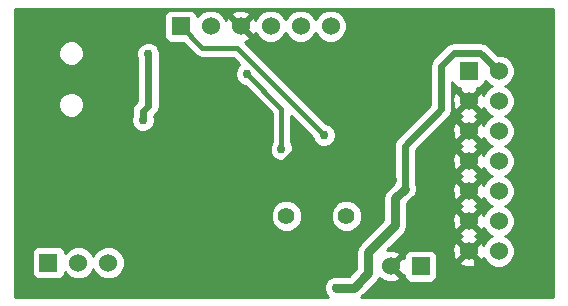
<source format=gbl>
G04 (created by PCBNEW-RS274X (2011-12-28 BZR 3254)-stable) date 12/14/2012 5:03:44 PM*
G01*
G70*
G90*
%MOIN*%
G04 Gerber Fmt 3.4, Leading zero omitted, Abs format*
%FSLAX34Y34*%
G04 APERTURE LIST*
%ADD10C,0.006000*%
%ADD11R,0.060000X0.060000*%
%ADD12C,0.060000*%
%ADD13C,0.056000*%
%ADD14C,0.030000*%
%ADD15C,0.024000*%
%ADD16C,0.030000*%
%ADD17C,0.016000*%
%ADD18C,0.012000*%
%ADD19C,0.010000*%
G04 APERTURE END LIST*
G54D10*
G54D11*
X52800Y-26800D03*
G54D12*
X53800Y-26800D03*
X52800Y-27800D03*
X53800Y-27800D03*
X52800Y-28800D03*
X53800Y-28800D03*
X52800Y-29800D03*
X53800Y-29800D03*
X52800Y-30800D03*
X53800Y-30800D03*
X52800Y-31800D03*
X53800Y-31800D03*
X52800Y-32800D03*
X53800Y-32800D03*
G54D11*
X38795Y-33180D03*
G54D12*
X39795Y-33180D03*
X40795Y-33180D03*
G54D11*
X51200Y-33300D03*
G54D12*
X50200Y-33300D03*
G54D11*
X43200Y-25300D03*
G54D12*
X44200Y-25300D03*
X45200Y-25300D03*
X46200Y-25300D03*
X47200Y-25300D03*
X48200Y-25300D03*
G54D13*
X46730Y-31620D03*
X48730Y-31620D03*
G54D14*
X41940Y-28430D03*
X42130Y-26220D03*
X50675Y-30720D03*
X46566Y-29405D03*
X50675Y-30715D03*
X45405Y-26895D03*
X48375Y-34020D03*
X47979Y-28931D03*
X47138Y-29309D03*
X45810Y-31830D03*
X46605Y-30705D03*
X54750Y-25000D03*
X55140Y-28360D03*
X55140Y-30320D03*
X55140Y-32290D03*
X42600Y-27645D03*
X44665Y-28165D03*
X54113Y-33818D03*
X55350Y-25200D03*
X55350Y-25800D03*
X37960Y-32515D03*
X55134Y-33822D03*
X46865Y-25970D03*
X47741Y-31203D03*
X38385Y-27585D03*
X42355Y-33420D03*
X41601Y-25284D03*
X53042Y-33840D03*
X42561Y-26019D03*
X39570Y-31505D03*
X39564Y-28810D03*
X50275Y-30420D03*
X51375Y-29455D03*
X52150Y-30740D03*
X52150Y-31820D03*
X52150Y-32630D03*
X49050Y-30950D03*
X52443Y-33845D03*
X42355Y-31950D03*
X48490Y-28470D03*
X51890Y-33845D03*
X38430Y-26685D03*
X44649Y-26898D03*
G54D15*
X42130Y-27935D02*
X42130Y-27950D01*
X42130Y-27950D02*
X41940Y-28140D01*
X41940Y-28140D02*
X41940Y-28430D01*
X41980Y-28100D02*
X41958Y-28122D01*
X42130Y-26220D02*
X42130Y-27935D01*
X42013Y-28067D02*
X41980Y-28100D01*
X42130Y-27950D02*
X42013Y-28067D01*
X53800Y-26800D02*
X53194Y-26194D01*
X52016Y-26496D02*
X51884Y-26628D01*
G54D16*
X50360Y-31035D02*
X50675Y-30720D01*
X48980Y-34020D02*
X49460Y-33540D01*
G54D15*
X51884Y-28076D02*
X50675Y-29285D01*
G54D17*
X46566Y-28056D02*
X46566Y-29405D01*
G54D16*
X50360Y-31711D02*
X50360Y-31932D01*
G54D15*
X51884Y-26628D02*
X51884Y-28076D01*
X50675Y-29285D02*
X50675Y-30720D01*
G54D16*
X50360Y-31932D02*
X50360Y-31035D01*
X48375Y-34020D02*
X48980Y-34020D01*
G54D15*
X52016Y-26496D02*
X52318Y-26194D01*
G54D16*
X49460Y-33540D02*
X49460Y-32832D01*
G54D15*
X52318Y-26194D02*
X53194Y-26194D01*
G54D16*
X49460Y-32832D02*
X49460Y-33476D01*
X50360Y-31932D02*
X49460Y-32832D01*
G54D17*
X45405Y-26895D02*
X46566Y-28056D01*
X46566Y-29405D02*
X46566Y-29426D01*
X43919Y-26019D02*
X45061Y-26019D01*
X46122Y-27068D02*
X46164Y-27110D01*
X46122Y-27068D02*
X47979Y-28925D01*
X45061Y-26019D02*
X45073Y-26019D01*
X45073Y-26019D02*
X46122Y-27068D01*
X43200Y-25300D02*
X43919Y-26019D01*
X47979Y-28925D02*
X47979Y-28931D01*
G54D18*
X46605Y-29842D02*
X47138Y-29309D01*
X46605Y-30705D02*
X46605Y-29842D01*
X55350Y-28150D02*
X55350Y-26850D01*
X55350Y-27130D02*
X55350Y-26850D01*
X55350Y-26850D02*
X55350Y-25800D01*
X42161Y-25619D02*
X42561Y-26019D01*
X49050Y-30950D02*
X49745Y-30950D01*
X55350Y-25800D02*
X55350Y-25200D01*
X55140Y-32290D02*
X55140Y-30320D01*
X55140Y-28360D02*
X55350Y-28150D01*
X39570Y-31960D02*
X39015Y-32515D01*
X39564Y-28810D02*
X39564Y-31499D01*
X52800Y-32800D02*
X53042Y-33042D01*
X39015Y-32515D02*
X37960Y-32515D01*
X50220Y-33300D02*
X50890Y-32630D01*
X47400Y-27380D02*
X48490Y-28470D01*
X50200Y-33300D02*
X50220Y-33300D01*
X53042Y-33042D02*
X53042Y-33840D01*
X41603Y-25282D02*
X41824Y-25282D01*
X41824Y-25282D02*
X42161Y-25619D01*
X47741Y-31203D02*
X47747Y-31203D01*
X49050Y-30950D02*
X48000Y-30950D01*
X39570Y-31505D02*
X39570Y-31960D01*
X46865Y-25970D02*
X47400Y-26505D01*
X41601Y-25284D02*
X41603Y-25282D01*
X39564Y-31499D02*
X39570Y-31505D01*
X42355Y-31950D02*
X42355Y-33420D01*
X52150Y-30740D02*
X52150Y-30230D01*
X52065Y-30145D02*
X51375Y-29455D01*
X52150Y-30230D02*
X52065Y-30145D01*
X52150Y-31820D02*
X52150Y-30740D01*
X52150Y-32630D02*
X52150Y-31820D01*
X55130Y-33818D02*
X55134Y-33822D01*
X50890Y-32630D02*
X50900Y-32620D01*
X50900Y-32620D02*
X52140Y-32620D01*
X52140Y-32620D02*
X52150Y-32630D01*
X47747Y-31203D02*
X48000Y-30950D01*
X39564Y-28810D02*
X39566Y-28810D01*
X52443Y-33845D02*
X51890Y-33845D01*
X54113Y-33818D02*
X55130Y-33818D01*
X44649Y-28149D02*
X44665Y-28165D01*
X49745Y-30950D02*
X50275Y-30420D01*
X44649Y-26898D02*
X44649Y-28149D01*
X47400Y-26505D02*
X47400Y-27380D01*
X38430Y-26685D02*
X38385Y-26730D01*
X38385Y-26730D02*
X38385Y-27585D01*
G54D10*
G36*
X52850Y-26850D02*
X52750Y-26850D01*
X52750Y-26750D01*
X52850Y-26750D01*
X52850Y-26850D01*
X52850Y-26850D01*
G37*
G54D19*
X52850Y-26850D02*
X52750Y-26850D01*
X52750Y-26750D01*
X52850Y-26750D01*
X52850Y-26850D01*
G54D10*
G36*
X55625Y-34335D02*
X53108Y-34335D01*
X53108Y-33178D01*
X52800Y-32871D01*
X52729Y-32941D01*
X52729Y-32800D01*
X52422Y-32492D01*
X52328Y-32519D01*
X52257Y-32721D01*
X52268Y-32934D01*
X52328Y-33081D01*
X52422Y-33108D01*
X52729Y-32800D01*
X52729Y-32941D01*
X52492Y-33178D01*
X52519Y-33272D01*
X52721Y-33343D01*
X52934Y-33332D01*
X53081Y-33272D01*
X53108Y-33178D01*
X53108Y-34335D01*
X51749Y-34335D01*
X51749Y-33650D01*
X51749Y-33551D01*
X51749Y-32951D01*
X51711Y-32859D01*
X51641Y-32789D01*
X51550Y-32751D01*
X51451Y-32751D01*
X50851Y-32751D01*
X50759Y-32789D01*
X50689Y-32859D01*
X50651Y-32950D01*
X50651Y-33012D01*
X50578Y-32992D01*
X50271Y-33300D01*
X50578Y-33608D01*
X50651Y-33587D01*
X50651Y-33649D01*
X50689Y-33741D01*
X50759Y-33811D01*
X50850Y-33849D01*
X50949Y-33849D01*
X51549Y-33849D01*
X51641Y-33811D01*
X51711Y-33741D01*
X51749Y-33650D01*
X51749Y-34335D01*
X50508Y-34335D01*
X49215Y-34335D01*
X49263Y-34303D01*
X49739Y-33825D01*
X49742Y-33823D01*
X49743Y-33823D01*
X49818Y-33709D01*
X49875Y-33766D01*
X49907Y-33733D01*
X49919Y-33772D01*
X50121Y-33843D01*
X50334Y-33832D01*
X50481Y-33772D01*
X50508Y-33678D01*
X50235Y-33406D01*
X50200Y-33371D01*
X50129Y-33300D01*
X50200Y-33229D01*
X50235Y-33194D01*
X50508Y-32922D01*
X50481Y-32828D01*
X50279Y-32757D01*
X50090Y-32766D01*
X50639Y-32217D01*
X50642Y-32215D01*
X50643Y-32215D01*
X50729Y-32086D01*
X50730Y-32085D01*
X50753Y-31963D01*
X50760Y-31933D01*
X50759Y-31932D01*
X50760Y-31932D01*
X50760Y-31711D01*
X50760Y-31201D01*
X50958Y-31003D01*
X50962Y-30997D01*
X51013Y-30946D01*
X51041Y-30877D01*
X51044Y-30874D01*
X51044Y-30869D01*
X51074Y-30800D01*
X51074Y-30795D01*
X51074Y-30724D01*
X51075Y-30720D01*
X51074Y-30715D01*
X51074Y-30641D01*
X51074Y-30636D01*
X51045Y-30566D01*
X51045Y-29438D01*
X52143Y-28339D01*
X52145Y-28338D01*
X52146Y-28338D01*
X52226Y-28218D01*
X52254Y-28077D01*
X52253Y-28076D01*
X52254Y-28076D01*
X52254Y-27156D01*
X52289Y-27241D01*
X52359Y-27311D01*
X52450Y-27349D01*
X52512Y-27349D01*
X52492Y-27422D01*
X52800Y-27729D01*
X53108Y-27422D01*
X53087Y-27349D01*
X53150Y-27349D01*
X53241Y-27311D01*
X53311Y-27241D01*
X53349Y-27149D01*
X53349Y-27125D01*
X53489Y-27265D01*
X53573Y-27300D01*
X53489Y-27335D01*
X53335Y-27489D01*
X53297Y-27580D01*
X53272Y-27519D01*
X53178Y-27492D01*
X52871Y-27800D01*
X53178Y-28108D01*
X53272Y-28081D01*
X53295Y-28015D01*
X53335Y-28111D01*
X53489Y-28265D01*
X53573Y-28300D01*
X53489Y-28335D01*
X53335Y-28489D01*
X53297Y-28580D01*
X53272Y-28519D01*
X53178Y-28492D01*
X53108Y-28562D01*
X53108Y-28422D01*
X53081Y-28328D01*
X53007Y-28302D01*
X53081Y-28272D01*
X53108Y-28178D01*
X52800Y-27871D01*
X52729Y-27941D01*
X52729Y-27800D01*
X52422Y-27492D01*
X52328Y-27519D01*
X52257Y-27721D01*
X52268Y-27934D01*
X52328Y-28081D01*
X52422Y-28108D01*
X52729Y-27800D01*
X52729Y-27941D01*
X52492Y-28178D01*
X52519Y-28272D01*
X52592Y-28297D01*
X52519Y-28328D01*
X52492Y-28422D01*
X52800Y-28729D01*
X53108Y-28422D01*
X53108Y-28562D01*
X52871Y-28800D01*
X53178Y-29108D01*
X53272Y-29081D01*
X53295Y-29015D01*
X53335Y-29111D01*
X53489Y-29265D01*
X53573Y-29300D01*
X53489Y-29335D01*
X53335Y-29489D01*
X53297Y-29580D01*
X53272Y-29519D01*
X53178Y-29492D01*
X53108Y-29562D01*
X53108Y-29422D01*
X53081Y-29328D01*
X53007Y-29302D01*
X53081Y-29272D01*
X53108Y-29178D01*
X52800Y-28871D01*
X52729Y-28941D01*
X52729Y-28800D01*
X52422Y-28492D01*
X52328Y-28519D01*
X52257Y-28721D01*
X52268Y-28934D01*
X52328Y-29081D01*
X52422Y-29108D01*
X52729Y-28800D01*
X52729Y-28941D01*
X52492Y-29178D01*
X52519Y-29272D01*
X52592Y-29297D01*
X52519Y-29328D01*
X52492Y-29422D01*
X52800Y-29729D01*
X53108Y-29422D01*
X53108Y-29562D01*
X52871Y-29800D01*
X53178Y-30108D01*
X53272Y-30081D01*
X53295Y-30015D01*
X53335Y-30111D01*
X53489Y-30265D01*
X53573Y-30300D01*
X53489Y-30335D01*
X53335Y-30489D01*
X53297Y-30580D01*
X53272Y-30519D01*
X53178Y-30492D01*
X53108Y-30562D01*
X53108Y-30422D01*
X53081Y-30328D01*
X53007Y-30302D01*
X53081Y-30272D01*
X53108Y-30178D01*
X52800Y-29871D01*
X52729Y-29941D01*
X52729Y-29800D01*
X52422Y-29492D01*
X52328Y-29519D01*
X52257Y-29721D01*
X52268Y-29934D01*
X52328Y-30081D01*
X52422Y-30108D01*
X52729Y-29800D01*
X52729Y-29941D01*
X52492Y-30178D01*
X52519Y-30272D01*
X52592Y-30297D01*
X52519Y-30328D01*
X52492Y-30422D01*
X52800Y-30729D01*
X53108Y-30422D01*
X53108Y-30562D01*
X52871Y-30800D01*
X53178Y-31108D01*
X53272Y-31081D01*
X53295Y-31015D01*
X53335Y-31111D01*
X53489Y-31265D01*
X53573Y-31300D01*
X53489Y-31335D01*
X53335Y-31489D01*
X53297Y-31580D01*
X53272Y-31519D01*
X53178Y-31492D01*
X53108Y-31562D01*
X53108Y-31422D01*
X53081Y-31328D01*
X53007Y-31302D01*
X53081Y-31272D01*
X53108Y-31178D01*
X52800Y-30871D01*
X52729Y-30941D01*
X52729Y-30800D01*
X52422Y-30492D01*
X52328Y-30519D01*
X52257Y-30721D01*
X52268Y-30934D01*
X52328Y-31081D01*
X52422Y-31108D01*
X52729Y-30800D01*
X52729Y-30941D01*
X52492Y-31178D01*
X52519Y-31272D01*
X52592Y-31297D01*
X52519Y-31328D01*
X52492Y-31422D01*
X52800Y-31729D01*
X53108Y-31422D01*
X53108Y-31562D01*
X52871Y-31800D01*
X53178Y-32108D01*
X53272Y-32081D01*
X53295Y-32015D01*
X53335Y-32111D01*
X53489Y-32265D01*
X53573Y-32300D01*
X53489Y-32335D01*
X53335Y-32489D01*
X53297Y-32580D01*
X53272Y-32519D01*
X53178Y-32492D01*
X53108Y-32562D01*
X53108Y-32422D01*
X53081Y-32328D01*
X53007Y-32302D01*
X53081Y-32272D01*
X53108Y-32178D01*
X52800Y-31871D01*
X52729Y-31941D01*
X52729Y-31800D01*
X52422Y-31492D01*
X52328Y-31519D01*
X52257Y-31721D01*
X52268Y-31934D01*
X52328Y-32081D01*
X52422Y-32108D01*
X52729Y-31800D01*
X52729Y-31941D01*
X52492Y-32178D01*
X52519Y-32272D01*
X52592Y-32297D01*
X52519Y-32328D01*
X52492Y-32422D01*
X52800Y-32729D01*
X53108Y-32422D01*
X53108Y-32562D01*
X52871Y-32800D01*
X53178Y-33108D01*
X53272Y-33081D01*
X53295Y-33015D01*
X53335Y-33111D01*
X53489Y-33265D01*
X53691Y-33349D01*
X53909Y-33349D01*
X54111Y-33265D01*
X54265Y-33111D01*
X54349Y-32909D01*
X54349Y-32691D01*
X54265Y-32489D01*
X54111Y-32335D01*
X54026Y-32300D01*
X54111Y-32265D01*
X54265Y-32111D01*
X54349Y-31909D01*
X54349Y-31691D01*
X54265Y-31489D01*
X54111Y-31335D01*
X54026Y-31300D01*
X54111Y-31265D01*
X54265Y-31111D01*
X54349Y-30909D01*
X54349Y-30691D01*
X54265Y-30489D01*
X54111Y-30335D01*
X54026Y-30300D01*
X54111Y-30265D01*
X54265Y-30111D01*
X54349Y-29909D01*
X54349Y-29691D01*
X54265Y-29489D01*
X54111Y-29335D01*
X54026Y-29300D01*
X54111Y-29265D01*
X54265Y-29111D01*
X54349Y-28909D01*
X54349Y-28691D01*
X54265Y-28489D01*
X54111Y-28335D01*
X54026Y-28300D01*
X54111Y-28265D01*
X54265Y-28111D01*
X54349Y-27909D01*
X54349Y-27691D01*
X54265Y-27489D01*
X54111Y-27335D01*
X54026Y-27300D01*
X54111Y-27265D01*
X54265Y-27111D01*
X54349Y-26909D01*
X54349Y-26691D01*
X54265Y-26489D01*
X54111Y-26335D01*
X53909Y-26251D01*
X53775Y-26251D01*
X53456Y-25932D01*
X53336Y-25852D01*
X53311Y-25847D01*
X53194Y-25823D01*
X53189Y-25824D01*
X52318Y-25824D01*
X52176Y-25852D01*
X52056Y-25932D01*
X51754Y-26234D01*
X51752Y-26236D01*
X51622Y-26366D01*
X51542Y-26486D01*
X51537Y-26510D01*
X51513Y-26628D01*
X51514Y-26632D01*
X51514Y-27922D01*
X50413Y-29023D01*
X50333Y-29143D01*
X50328Y-29167D01*
X50304Y-29285D01*
X50305Y-29289D01*
X50305Y-30524D01*
X50077Y-30752D01*
X49990Y-30882D01*
X49960Y-31035D01*
X49960Y-31711D01*
X49960Y-31766D01*
X49260Y-32466D01*
X49260Y-31726D01*
X49260Y-31515D01*
X49179Y-31320D01*
X49031Y-31171D01*
X48836Y-31090D01*
X48749Y-31090D01*
X48749Y-25409D01*
X48749Y-25191D01*
X48665Y-24989D01*
X48511Y-24835D01*
X48309Y-24751D01*
X48091Y-24751D01*
X47889Y-24835D01*
X47735Y-24989D01*
X47700Y-25073D01*
X47665Y-24989D01*
X47511Y-24835D01*
X47309Y-24751D01*
X47091Y-24751D01*
X46889Y-24835D01*
X46735Y-24989D01*
X46700Y-25073D01*
X46665Y-24989D01*
X46511Y-24835D01*
X46309Y-24751D01*
X46091Y-24751D01*
X45889Y-24835D01*
X45735Y-24989D01*
X45697Y-25080D01*
X45672Y-25019D01*
X45578Y-24992D01*
X45508Y-25062D01*
X45508Y-24922D01*
X45481Y-24828D01*
X45279Y-24757D01*
X45066Y-24768D01*
X44919Y-24828D01*
X44892Y-24922D01*
X45200Y-25229D01*
X45508Y-24922D01*
X45508Y-25062D01*
X45271Y-25300D01*
X45578Y-25608D01*
X45672Y-25581D01*
X45695Y-25515D01*
X45735Y-25611D01*
X45889Y-25765D01*
X46091Y-25849D01*
X46309Y-25849D01*
X46511Y-25765D01*
X46665Y-25611D01*
X46700Y-25526D01*
X46735Y-25611D01*
X46889Y-25765D01*
X47091Y-25849D01*
X47309Y-25849D01*
X47511Y-25765D01*
X47665Y-25611D01*
X47700Y-25526D01*
X47735Y-25611D01*
X47889Y-25765D01*
X48091Y-25849D01*
X48309Y-25849D01*
X48511Y-25765D01*
X48665Y-25611D01*
X48749Y-25409D01*
X48749Y-31090D01*
X48625Y-31090D01*
X48430Y-31171D01*
X48378Y-31222D01*
X48378Y-29011D01*
X48378Y-28852D01*
X48317Y-28705D01*
X48205Y-28593D01*
X48059Y-28532D01*
X48052Y-28532D01*
X46398Y-26878D01*
X46397Y-26876D01*
X46356Y-26836D01*
X46355Y-26835D01*
X46355Y-26834D01*
X45346Y-25826D01*
X45481Y-25772D01*
X45508Y-25678D01*
X45235Y-25406D01*
X45200Y-25371D01*
X45129Y-25300D01*
X45094Y-25265D01*
X44822Y-24992D01*
X44728Y-25019D01*
X44704Y-25084D01*
X44665Y-24989D01*
X44511Y-24835D01*
X44309Y-24751D01*
X44091Y-24751D01*
X43889Y-24835D01*
X43749Y-24975D01*
X43749Y-24951D01*
X43711Y-24859D01*
X43641Y-24789D01*
X43550Y-24751D01*
X43451Y-24751D01*
X42851Y-24751D01*
X42759Y-24789D01*
X42689Y-24859D01*
X42651Y-24950D01*
X42651Y-25049D01*
X42651Y-25649D01*
X42689Y-25741D01*
X42759Y-25811D01*
X42850Y-25849D01*
X42949Y-25849D01*
X43282Y-25849D01*
X43685Y-26252D01*
X43686Y-26252D01*
X43757Y-26299D01*
X43792Y-26323D01*
X43793Y-26324D01*
X43918Y-26348D01*
X43919Y-26349D01*
X44936Y-26349D01*
X45161Y-26574D01*
X45067Y-26669D01*
X45006Y-26815D01*
X45006Y-26974D01*
X45067Y-27121D01*
X45179Y-27233D01*
X45325Y-27294D01*
X45337Y-27294D01*
X46236Y-28192D01*
X46236Y-29171D01*
X46228Y-29179D01*
X46167Y-29325D01*
X46167Y-29484D01*
X46228Y-29631D01*
X46340Y-29743D01*
X46486Y-29804D01*
X46645Y-29804D01*
X46792Y-29743D01*
X46904Y-29631D01*
X46965Y-29485D01*
X46965Y-29326D01*
X46904Y-29179D01*
X46896Y-29171D01*
X46896Y-28308D01*
X47580Y-28992D01*
X47580Y-29010D01*
X47641Y-29157D01*
X47753Y-29269D01*
X47899Y-29330D01*
X48058Y-29330D01*
X48205Y-29269D01*
X48317Y-29157D01*
X48378Y-29011D01*
X48378Y-31222D01*
X48281Y-31319D01*
X48200Y-31514D01*
X48200Y-31725D01*
X48281Y-31920D01*
X48429Y-32069D01*
X48624Y-32150D01*
X48835Y-32150D01*
X49030Y-32069D01*
X49179Y-31921D01*
X49260Y-31726D01*
X49260Y-32466D01*
X49177Y-32549D01*
X49090Y-32679D01*
X49060Y-32832D01*
X49060Y-33374D01*
X48814Y-33620D01*
X48375Y-33620D01*
X48369Y-33621D01*
X48296Y-33621D01*
X48229Y-33648D01*
X48222Y-33650D01*
X48215Y-33654D01*
X48149Y-33682D01*
X48098Y-33732D01*
X48092Y-33737D01*
X48087Y-33743D01*
X48037Y-33794D01*
X48008Y-33861D01*
X48005Y-33867D01*
X48003Y-33873D01*
X47976Y-33940D01*
X47976Y-34014D01*
X47975Y-34020D01*
X47976Y-34025D01*
X47976Y-34099D01*
X48003Y-34165D01*
X48005Y-34173D01*
X48009Y-34179D01*
X48037Y-34246D01*
X48087Y-34296D01*
X48092Y-34303D01*
X48098Y-34307D01*
X48126Y-34335D01*
X47260Y-34335D01*
X47260Y-31726D01*
X47260Y-31515D01*
X47179Y-31320D01*
X47031Y-31171D01*
X46836Y-31090D01*
X46625Y-31090D01*
X46430Y-31171D01*
X46281Y-31319D01*
X46200Y-31514D01*
X46200Y-31725D01*
X46281Y-31920D01*
X46429Y-32069D01*
X46624Y-32150D01*
X46835Y-32150D01*
X47030Y-32069D01*
X47179Y-31921D01*
X47260Y-31726D01*
X47260Y-34335D01*
X42529Y-34335D01*
X42529Y-26300D01*
X42529Y-26141D01*
X42468Y-25994D01*
X42356Y-25882D01*
X42210Y-25821D01*
X42051Y-25821D01*
X41904Y-25882D01*
X41792Y-25994D01*
X41731Y-26140D01*
X41731Y-26299D01*
X41760Y-26368D01*
X41760Y-27796D01*
X41751Y-27805D01*
X41750Y-27806D01*
X41749Y-27807D01*
X41726Y-27829D01*
X41718Y-27837D01*
X41718Y-27838D01*
X41717Y-27838D01*
X41696Y-27860D01*
X41695Y-27860D01*
X41678Y-27878D01*
X41598Y-27998D01*
X41593Y-28022D01*
X41569Y-28140D01*
X41570Y-28144D01*
X41570Y-28280D01*
X41541Y-28350D01*
X41541Y-28509D01*
X41602Y-28656D01*
X41714Y-28768D01*
X41860Y-28829D01*
X42019Y-28829D01*
X42166Y-28768D01*
X42278Y-28656D01*
X42339Y-28510D01*
X42339Y-28351D01*
X42313Y-28289D01*
X42389Y-28213D01*
X42391Y-28212D01*
X42392Y-28212D01*
X42472Y-28092D01*
X42500Y-27950D01*
X42500Y-27935D01*
X42500Y-26369D01*
X42529Y-26300D01*
X42529Y-34335D01*
X41344Y-34335D01*
X41344Y-33289D01*
X41344Y-33071D01*
X41260Y-32869D01*
X41106Y-32715D01*
X40904Y-32631D01*
X40686Y-32631D01*
X40484Y-32715D01*
X40330Y-32869D01*
X40295Y-32953D01*
X40260Y-32869D01*
X40106Y-32715D01*
X39985Y-32664D01*
X39985Y-28006D01*
X39985Y-27835D01*
X39985Y-26286D01*
X39985Y-26115D01*
X39920Y-25957D01*
X39799Y-25836D01*
X39641Y-25770D01*
X39470Y-25770D01*
X39312Y-25835D01*
X39191Y-25956D01*
X39125Y-26114D01*
X39125Y-26285D01*
X39190Y-26443D01*
X39311Y-26564D01*
X39469Y-26630D01*
X39640Y-26630D01*
X39798Y-26565D01*
X39919Y-26444D01*
X39985Y-26286D01*
X39985Y-27835D01*
X39920Y-27677D01*
X39799Y-27556D01*
X39641Y-27490D01*
X39470Y-27490D01*
X39312Y-27555D01*
X39191Y-27676D01*
X39125Y-27834D01*
X39125Y-28005D01*
X39190Y-28163D01*
X39311Y-28284D01*
X39469Y-28350D01*
X39640Y-28350D01*
X39798Y-28285D01*
X39919Y-28164D01*
X39985Y-28006D01*
X39985Y-32664D01*
X39904Y-32631D01*
X39686Y-32631D01*
X39484Y-32715D01*
X39344Y-32855D01*
X39344Y-32831D01*
X39306Y-32739D01*
X39236Y-32669D01*
X39145Y-32631D01*
X39046Y-32631D01*
X38446Y-32631D01*
X38354Y-32669D01*
X38284Y-32739D01*
X38246Y-32830D01*
X38246Y-32929D01*
X38246Y-33529D01*
X38284Y-33621D01*
X38354Y-33691D01*
X38445Y-33729D01*
X38544Y-33729D01*
X39144Y-33729D01*
X39236Y-33691D01*
X39306Y-33621D01*
X39344Y-33530D01*
X39344Y-33505D01*
X39484Y-33645D01*
X39686Y-33729D01*
X39904Y-33729D01*
X40106Y-33645D01*
X40260Y-33491D01*
X40295Y-33406D01*
X40330Y-33491D01*
X40484Y-33645D01*
X40686Y-33729D01*
X40904Y-33729D01*
X41106Y-33645D01*
X41260Y-33491D01*
X41344Y-33289D01*
X41344Y-34335D01*
X37684Y-34335D01*
X37684Y-24713D01*
X55625Y-24713D01*
X55625Y-34335D01*
X55625Y-34335D01*
G37*
G54D19*
X55625Y-34335D02*
X53108Y-34335D01*
X53108Y-33178D01*
X52800Y-32871D01*
X52729Y-32941D01*
X52729Y-32800D01*
X52422Y-32492D01*
X52328Y-32519D01*
X52257Y-32721D01*
X52268Y-32934D01*
X52328Y-33081D01*
X52422Y-33108D01*
X52729Y-32800D01*
X52729Y-32941D01*
X52492Y-33178D01*
X52519Y-33272D01*
X52721Y-33343D01*
X52934Y-33332D01*
X53081Y-33272D01*
X53108Y-33178D01*
X53108Y-34335D01*
X51749Y-34335D01*
X51749Y-33650D01*
X51749Y-33551D01*
X51749Y-32951D01*
X51711Y-32859D01*
X51641Y-32789D01*
X51550Y-32751D01*
X51451Y-32751D01*
X50851Y-32751D01*
X50759Y-32789D01*
X50689Y-32859D01*
X50651Y-32950D01*
X50651Y-33012D01*
X50578Y-32992D01*
X50271Y-33300D01*
X50578Y-33608D01*
X50651Y-33587D01*
X50651Y-33649D01*
X50689Y-33741D01*
X50759Y-33811D01*
X50850Y-33849D01*
X50949Y-33849D01*
X51549Y-33849D01*
X51641Y-33811D01*
X51711Y-33741D01*
X51749Y-33650D01*
X51749Y-34335D01*
X50508Y-34335D01*
X49215Y-34335D01*
X49263Y-34303D01*
X49739Y-33825D01*
X49742Y-33823D01*
X49743Y-33823D01*
X49818Y-33709D01*
X49875Y-33766D01*
X49907Y-33733D01*
X49919Y-33772D01*
X50121Y-33843D01*
X50334Y-33832D01*
X50481Y-33772D01*
X50508Y-33678D01*
X50235Y-33406D01*
X50200Y-33371D01*
X50129Y-33300D01*
X50200Y-33229D01*
X50235Y-33194D01*
X50508Y-32922D01*
X50481Y-32828D01*
X50279Y-32757D01*
X50090Y-32766D01*
X50639Y-32217D01*
X50642Y-32215D01*
X50643Y-32215D01*
X50729Y-32086D01*
X50730Y-32085D01*
X50753Y-31963D01*
X50760Y-31933D01*
X50759Y-31932D01*
X50760Y-31932D01*
X50760Y-31711D01*
X50760Y-31201D01*
X50958Y-31003D01*
X50962Y-30997D01*
X51013Y-30946D01*
X51041Y-30877D01*
X51044Y-30874D01*
X51044Y-30869D01*
X51074Y-30800D01*
X51074Y-30795D01*
X51074Y-30724D01*
X51075Y-30720D01*
X51074Y-30715D01*
X51074Y-30641D01*
X51074Y-30636D01*
X51045Y-30566D01*
X51045Y-29438D01*
X52143Y-28339D01*
X52145Y-28338D01*
X52146Y-28338D01*
X52226Y-28218D01*
X52254Y-28077D01*
X52253Y-28076D01*
X52254Y-28076D01*
X52254Y-27156D01*
X52289Y-27241D01*
X52359Y-27311D01*
X52450Y-27349D01*
X52512Y-27349D01*
X52492Y-27422D01*
X52800Y-27729D01*
X53108Y-27422D01*
X53087Y-27349D01*
X53150Y-27349D01*
X53241Y-27311D01*
X53311Y-27241D01*
X53349Y-27149D01*
X53349Y-27125D01*
X53489Y-27265D01*
X53573Y-27300D01*
X53489Y-27335D01*
X53335Y-27489D01*
X53297Y-27580D01*
X53272Y-27519D01*
X53178Y-27492D01*
X52871Y-27800D01*
X53178Y-28108D01*
X53272Y-28081D01*
X53295Y-28015D01*
X53335Y-28111D01*
X53489Y-28265D01*
X53573Y-28300D01*
X53489Y-28335D01*
X53335Y-28489D01*
X53297Y-28580D01*
X53272Y-28519D01*
X53178Y-28492D01*
X53108Y-28562D01*
X53108Y-28422D01*
X53081Y-28328D01*
X53007Y-28302D01*
X53081Y-28272D01*
X53108Y-28178D01*
X52800Y-27871D01*
X52729Y-27941D01*
X52729Y-27800D01*
X52422Y-27492D01*
X52328Y-27519D01*
X52257Y-27721D01*
X52268Y-27934D01*
X52328Y-28081D01*
X52422Y-28108D01*
X52729Y-27800D01*
X52729Y-27941D01*
X52492Y-28178D01*
X52519Y-28272D01*
X52592Y-28297D01*
X52519Y-28328D01*
X52492Y-28422D01*
X52800Y-28729D01*
X53108Y-28422D01*
X53108Y-28562D01*
X52871Y-28800D01*
X53178Y-29108D01*
X53272Y-29081D01*
X53295Y-29015D01*
X53335Y-29111D01*
X53489Y-29265D01*
X53573Y-29300D01*
X53489Y-29335D01*
X53335Y-29489D01*
X53297Y-29580D01*
X53272Y-29519D01*
X53178Y-29492D01*
X53108Y-29562D01*
X53108Y-29422D01*
X53081Y-29328D01*
X53007Y-29302D01*
X53081Y-29272D01*
X53108Y-29178D01*
X52800Y-28871D01*
X52729Y-28941D01*
X52729Y-28800D01*
X52422Y-28492D01*
X52328Y-28519D01*
X52257Y-28721D01*
X52268Y-28934D01*
X52328Y-29081D01*
X52422Y-29108D01*
X52729Y-28800D01*
X52729Y-28941D01*
X52492Y-29178D01*
X52519Y-29272D01*
X52592Y-29297D01*
X52519Y-29328D01*
X52492Y-29422D01*
X52800Y-29729D01*
X53108Y-29422D01*
X53108Y-29562D01*
X52871Y-29800D01*
X53178Y-30108D01*
X53272Y-30081D01*
X53295Y-30015D01*
X53335Y-30111D01*
X53489Y-30265D01*
X53573Y-30300D01*
X53489Y-30335D01*
X53335Y-30489D01*
X53297Y-30580D01*
X53272Y-30519D01*
X53178Y-30492D01*
X53108Y-30562D01*
X53108Y-30422D01*
X53081Y-30328D01*
X53007Y-30302D01*
X53081Y-30272D01*
X53108Y-30178D01*
X52800Y-29871D01*
X52729Y-29941D01*
X52729Y-29800D01*
X52422Y-29492D01*
X52328Y-29519D01*
X52257Y-29721D01*
X52268Y-29934D01*
X52328Y-30081D01*
X52422Y-30108D01*
X52729Y-29800D01*
X52729Y-29941D01*
X52492Y-30178D01*
X52519Y-30272D01*
X52592Y-30297D01*
X52519Y-30328D01*
X52492Y-30422D01*
X52800Y-30729D01*
X53108Y-30422D01*
X53108Y-30562D01*
X52871Y-30800D01*
X53178Y-31108D01*
X53272Y-31081D01*
X53295Y-31015D01*
X53335Y-31111D01*
X53489Y-31265D01*
X53573Y-31300D01*
X53489Y-31335D01*
X53335Y-31489D01*
X53297Y-31580D01*
X53272Y-31519D01*
X53178Y-31492D01*
X53108Y-31562D01*
X53108Y-31422D01*
X53081Y-31328D01*
X53007Y-31302D01*
X53081Y-31272D01*
X53108Y-31178D01*
X52800Y-30871D01*
X52729Y-30941D01*
X52729Y-30800D01*
X52422Y-30492D01*
X52328Y-30519D01*
X52257Y-30721D01*
X52268Y-30934D01*
X52328Y-31081D01*
X52422Y-31108D01*
X52729Y-30800D01*
X52729Y-30941D01*
X52492Y-31178D01*
X52519Y-31272D01*
X52592Y-31297D01*
X52519Y-31328D01*
X52492Y-31422D01*
X52800Y-31729D01*
X53108Y-31422D01*
X53108Y-31562D01*
X52871Y-31800D01*
X53178Y-32108D01*
X53272Y-32081D01*
X53295Y-32015D01*
X53335Y-32111D01*
X53489Y-32265D01*
X53573Y-32300D01*
X53489Y-32335D01*
X53335Y-32489D01*
X53297Y-32580D01*
X53272Y-32519D01*
X53178Y-32492D01*
X53108Y-32562D01*
X53108Y-32422D01*
X53081Y-32328D01*
X53007Y-32302D01*
X53081Y-32272D01*
X53108Y-32178D01*
X52800Y-31871D01*
X52729Y-31941D01*
X52729Y-31800D01*
X52422Y-31492D01*
X52328Y-31519D01*
X52257Y-31721D01*
X52268Y-31934D01*
X52328Y-32081D01*
X52422Y-32108D01*
X52729Y-31800D01*
X52729Y-31941D01*
X52492Y-32178D01*
X52519Y-32272D01*
X52592Y-32297D01*
X52519Y-32328D01*
X52492Y-32422D01*
X52800Y-32729D01*
X53108Y-32422D01*
X53108Y-32562D01*
X52871Y-32800D01*
X53178Y-33108D01*
X53272Y-33081D01*
X53295Y-33015D01*
X53335Y-33111D01*
X53489Y-33265D01*
X53691Y-33349D01*
X53909Y-33349D01*
X54111Y-33265D01*
X54265Y-33111D01*
X54349Y-32909D01*
X54349Y-32691D01*
X54265Y-32489D01*
X54111Y-32335D01*
X54026Y-32300D01*
X54111Y-32265D01*
X54265Y-32111D01*
X54349Y-31909D01*
X54349Y-31691D01*
X54265Y-31489D01*
X54111Y-31335D01*
X54026Y-31300D01*
X54111Y-31265D01*
X54265Y-31111D01*
X54349Y-30909D01*
X54349Y-30691D01*
X54265Y-30489D01*
X54111Y-30335D01*
X54026Y-30300D01*
X54111Y-30265D01*
X54265Y-30111D01*
X54349Y-29909D01*
X54349Y-29691D01*
X54265Y-29489D01*
X54111Y-29335D01*
X54026Y-29300D01*
X54111Y-29265D01*
X54265Y-29111D01*
X54349Y-28909D01*
X54349Y-28691D01*
X54265Y-28489D01*
X54111Y-28335D01*
X54026Y-28300D01*
X54111Y-28265D01*
X54265Y-28111D01*
X54349Y-27909D01*
X54349Y-27691D01*
X54265Y-27489D01*
X54111Y-27335D01*
X54026Y-27300D01*
X54111Y-27265D01*
X54265Y-27111D01*
X54349Y-26909D01*
X54349Y-26691D01*
X54265Y-26489D01*
X54111Y-26335D01*
X53909Y-26251D01*
X53775Y-26251D01*
X53456Y-25932D01*
X53336Y-25852D01*
X53311Y-25847D01*
X53194Y-25823D01*
X53189Y-25824D01*
X52318Y-25824D01*
X52176Y-25852D01*
X52056Y-25932D01*
X51754Y-26234D01*
X51752Y-26236D01*
X51622Y-26366D01*
X51542Y-26486D01*
X51537Y-26510D01*
X51513Y-26628D01*
X51514Y-26632D01*
X51514Y-27922D01*
X50413Y-29023D01*
X50333Y-29143D01*
X50328Y-29167D01*
X50304Y-29285D01*
X50305Y-29289D01*
X50305Y-30524D01*
X50077Y-30752D01*
X49990Y-30882D01*
X49960Y-31035D01*
X49960Y-31711D01*
X49960Y-31766D01*
X49260Y-32466D01*
X49260Y-31726D01*
X49260Y-31515D01*
X49179Y-31320D01*
X49031Y-31171D01*
X48836Y-31090D01*
X48749Y-31090D01*
X48749Y-25409D01*
X48749Y-25191D01*
X48665Y-24989D01*
X48511Y-24835D01*
X48309Y-24751D01*
X48091Y-24751D01*
X47889Y-24835D01*
X47735Y-24989D01*
X47700Y-25073D01*
X47665Y-24989D01*
X47511Y-24835D01*
X47309Y-24751D01*
X47091Y-24751D01*
X46889Y-24835D01*
X46735Y-24989D01*
X46700Y-25073D01*
X46665Y-24989D01*
X46511Y-24835D01*
X46309Y-24751D01*
X46091Y-24751D01*
X45889Y-24835D01*
X45735Y-24989D01*
X45697Y-25080D01*
X45672Y-25019D01*
X45578Y-24992D01*
X45508Y-25062D01*
X45508Y-24922D01*
X45481Y-24828D01*
X45279Y-24757D01*
X45066Y-24768D01*
X44919Y-24828D01*
X44892Y-24922D01*
X45200Y-25229D01*
X45508Y-24922D01*
X45508Y-25062D01*
X45271Y-25300D01*
X45578Y-25608D01*
X45672Y-25581D01*
X45695Y-25515D01*
X45735Y-25611D01*
X45889Y-25765D01*
X46091Y-25849D01*
X46309Y-25849D01*
X46511Y-25765D01*
X46665Y-25611D01*
X46700Y-25526D01*
X46735Y-25611D01*
X46889Y-25765D01*
X47091Y-25849D01*
X47309Y-25849D01*
X47511Y-25765D01*
X47665Y-25611D01*
X47700Y-25526D01*
X47735Y-25611D01*
X47889Y-25765D01*
X48091Y-25849D01*
X48309Y-25849D01*
X48511Y-25765D01*
X48665Y-25611D01*
X48749Y-25409D01*
X48749Y-31090D01*
X48625Y-31090D01*
X48430Y-31171D01*
X48378Y-31222D01*
X48378Y-29011D01*
X48378Y-28852D01*
X48317Y-28705D01*
X48205Y-28593D01*
X48059Y-28532D01*
X48052Y-28532D01*
X46398Y-26878D01*
X46397Y-26876D01*
X46356Y-26836D01*
X46355Y-26835D01*
X46355Y-26834D01*
X45346Y-25826D01*
X45481Y-25772D01*
X45508Y-25678D01*
X45235Y-25406D01*
X45200Y-25371D01*
X45129Y-25300D01*
X45094Y-25265D01*
X44822Y-24992D01*
X44728Y-25019D01*
X44704Y-25084D01*
X44665Y-24989D01*
X44511Y-24835D01*
X44309Y-24751D01*
X44091Y-24751D01*
X43889Y-24835D01*
X43749Y-24975D01*
X43749Y-24951D01*
X43711Y-24859D01*
X43641Y-24789D01*
X43550Y-24751D01*
X43451Y-24751D01*
X42851Y-24751D01*
X42759Y-24789D01*
X42689Y-24859D01*
X42651Y-24950D01*
X42651Y-25049D01*
X42651Y-25649D01*
X42689Y-25741D01*
X42759Y-25811D01*
X42850Y-25849D01*
X42949Y-25849D01*
X43282Y-25849D01*
X43685Y-26252D01*
X43686Y-26252D01*
X43757Y-26299D01*
X43792Y-26323D01*
X43793Y-26324D01*
X43918Y-26348D01*
X43919Y-26349D01*
X44936Y-26349D01*
X45161Y-26574D01*
X45067Y-26669D01*
X45006Y-26815D01*
X45006Y-26974D01*
X45067Y-27121D01*
X45179Y-27233D01*
X45325Y-27294D01*
X45337Y-27294D01*
X46236Y-28192D01*
X46236Y-29171D01*
X46228Y-29179D01*
X46167Y-29325D01*
X46167Y-29484D01*
X46228Y-29631D01*
X46340Y-29743D01*
X46486Y-29804D01*
X46645Y-29804D01*
X46792Y-29743D01*
X46904Y-29631D01*
X46965Y-29485D01*
X46965Y-29326D01*
X46904Y-29179D01*
X46896Y-29171D01*
X46896Y-28308D01*
X47580Y-28992D01*
X47580Y-29010D01*
X47641Y-29157D01*
X47753Y-29269D01*
X47899Y-29330D01*
X48058Y-29330D01*
X48205Y-29269D01*
X48317Y-29157D01*
X48378Y-29011D01*
X48378Y-31222D01*
X48281Y-31319D01*
X48200Y-31514D01*
X48200Y-31725D01*
X48281Y-31920D01*
X48429Y-32069D01*
X48624Y-32150D01*
X48835Y-32150D01*
X49030Y-32069D01*
X49179Y-31921D01*
X49260Y-31726D01*
X49260Y-32466D01*
X49177Y-32549D01*
X49090Y-32679D01*
X49060Y-32832D01*
X49060Y-33374D01*
X48814Y-33620D01*
X48375Y-33620D01*
X48369Y-33621D01*
X48296Y-33621D01*
X48229Y-33648D01*
X48222Y-33650D01*
X48215Y-33654D01*
X48149Y-33682D01*
X48098Y-33732D01*
X48092Y-33737D01*
X48087Y-33743D01*
X48037Y-33794D01*
X48008Y-33861D01*
X48005Y-33867D01*
X48003Y-33873D01*
X47976Y-33940D01*
X47976Y-34014D01*
X47975Y-34020D01*
X47976Y-34025D01*
X47976Y-34099D01*
X48003Y-34165D01*
X48005Y-34173D01*
X48009Y-34179D01*
X48037Y-34246D01*
X48087Y-34296D01*
X48092Y-34303D01*
X48098Y-34307D01*
X48126Y-34335D01*
X47260Y-34335D01*
X47260Y-31726D01*
X47260Y-31515D01*
X47179Y-31320D01*
X47031Y-31171D01*
X46836Y-31090D01*
X46625Y-31090D01*
X46430Y-31171D01*
X46281Y-31319D01*
X46200Y-31514D01*
X46200Y-31725D01*
X46281Y-31920D01*
X46429Y-32069D01*
X46624Y-32150D01*
X46835Y-32150D01*
X47030Y-32069D01*
X47179Y-31921D01*
X47260Y-31726D01*
X47260Y-34335D01*
X42529Y-34335D01*
X42529Y-26300D01*
X42529Y-26141D01*
X42468Y-25994D01*
X42356Y-25882D01*
X42210Y-25821D01*
X42051Y-25821D01*
X41904Y-25882D01*
X41792Y-25994D01*
X41731Y-26140D01*
X41731Y-26299D01*
X41760Y-26368D01*
X41760Y-27796D01*
X41751Y-27805D01*
X41750Y-27806D01*
X41749Y-27807D01*
X41726Y-27829D01*
X41718Y-27837D01*
X41718Y-27838D01*
X41717Y-27838D01*
X41696Y-27860D01*
X41695Y-27860D01*
X41678Y-27878D01*
X41598Y-27998D01*
X41593Y-28022D01*
X41569Y-28140D01*
X41570Y-28144D01*
X41570Y-28280D01*
X41541Y-28350D01*
X41541Y-28509D01*
X41602Y-28656D01*
X41714Y-28768D01*
X41860Y-28829D01*
X42019Y-28829D01*
X42166Y-28768D01*
X42278Y-28656D01*
X42339Y-28510D01*
X42339Y-28351D01*
X42313Y-28289D01*
X42389Y-28213D01*
X42391Y-28212D01*
X42392Y-28212D01*
X42472Y-28092D01*
X42500Y-27950D01*
X42500Y-27935D01*
X42500Y-26369D01*
X42529Y-26300D01*
X42529Y-34335D01*
X41344Y-34335D01*
X41344Y-33289D01*
X41344Y-33071D01*
X41260Y-32869D01*
X41106Y-32715D01*
X40904Y-32631D01*
X40686Y-32631D01*
X40484Y-32715D01*
X40330Y-32869D01*
X40295Y-32953D01*
X40260Y-32869D01*
X40106Y-32715D01*
X39985Y-32664D01*
X39985Y-28006D01*
X39985Y-27835D01*
X39985Y-26286D01*
X39985Y-26115D01*
X39920Y-25957D01*
X39799Y-25836D01*
X39641Y-25770D01*
X39470Y-25770D01*
X39312Y-25835D01*
X39191Y-25956D01*
X39125Y-26114D01*
X39125Y-26285D01*
X39190Y-26443D01*
X39311Y-26564D01*
X39469Y-26630D01*
X39640Y-26630D01*
X39798Y-26565D01*
X39919Y-26444D01*
X39985Y-26286D01*
X39985Y-27835D01*
X39920Y-27677D01*
X39799Y-27556D01*
X39641Y-27490D01*
X39470Y-27490D01*
X39312Y-27555D01*
X39191Y-27676D01*
X39125Y-27834D01*
X39125Y-28005D01*
X39190Y-28163D01*
X39311Y-28284D01*
X39469Y-28350D01*
X39640Y-28350D01*
X39798Y-28285D01*
X39919Y-28164D01*
X39985Y-28006D01*
X39985Y-32664D01*
X39904Y-32631D01*
X39686Y-32631D01*
X39484Y-32715D01*
X39344Y-32855D01*
X39344Y-32831D01*
X39306Y-32739D01*
X39236Y-32669D01*
X39145Y-32631D01*
X39046Y-32631D01*
X38446Y-32631D01*
X38354Y-32669D01*
X38284Y-32739D01*
X38246Y-32830D01*
X38246Y-32929D01*
X38246Y-33529D01*
X38284Y-33621D01*
X38354Y-33691D01*
X38445Y-33729D01*
X38544Y-33729D01*
X39144Y-33729D01*
X39236Y-33691D01*
X39306Y-33621D01*
X39344Y-33530D01*
X39344Y-33505D01*
X39484Y-33645D01*
X39686Y-33729D01*
X39904Y-33729D01*
X40106Y-33645D01*
X40260Y-33491D01*
X40295Y-33406D01*
X40330Y-33491D01*
X40484Y-33645D01*
X40686Y-33729D01*
X40904Y-33729D01*
X41106Y-33645D01*
X41260Y-33491D01*
X41344Y-33289D01*
X41344Y-34335D01*
X37684Y-34335D01*
X37684Y-24713D01*
X55625Y-24713D01*
X55625Y-34335D01*
M02*

</source>
